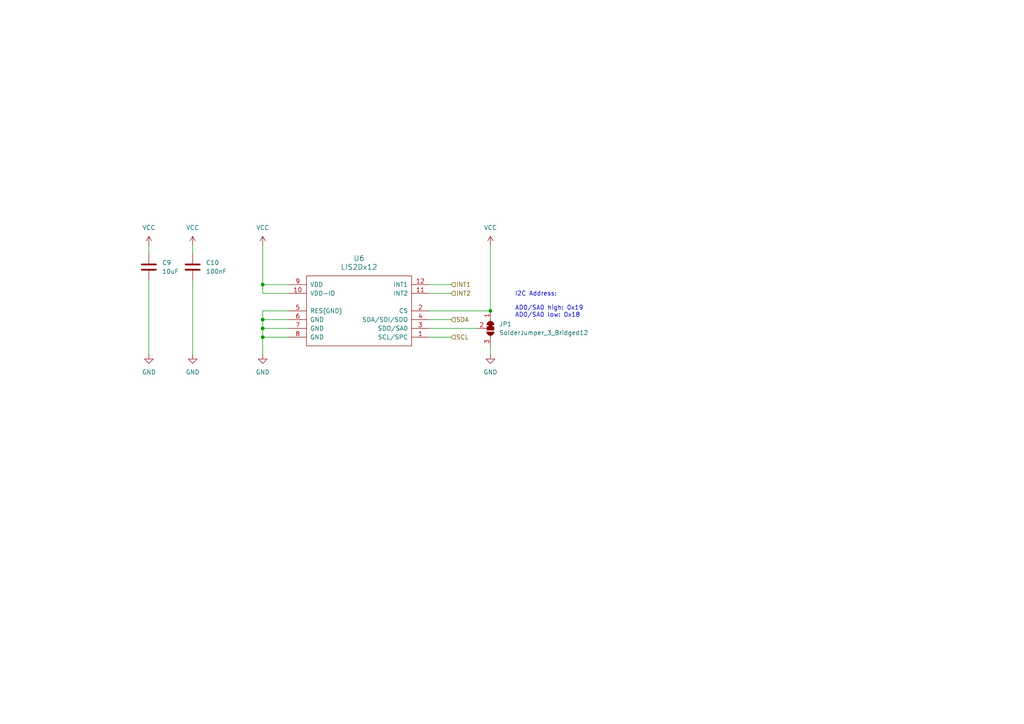
<source format=kicad_sch>
(kicad_sch (version 20240819) (generator "eeschema") (generator_version "8.99")
  (paper "A4")
  (title_block (title "LIS2DH12 accellerometer") (date "2024-05-26") (rev "1.0"))
  (lib_symbols
    (symbol "Device:C" (pin_numbers hide) (pin_names (offset 0.254))
      (property "Reference" "C" (at 0.635 2.54 0))
      (property "Value" "C" (at 0.635 -2.54 0))
      (symbol "C_0_1"
        (polyline (pts (xy -2.032 0.762) (xy 2.032 0.762)) (stroke (width 0.508)))
        (polyline (pts (xy -2.032 -0.762) (xy 2.032 -0.762)) (stroke (width 0.508)))
      )
      (symbol "C_1_1"
        (pin passive line (at 0 3.81 270) (length 2.794) (name "~") (number "1"))
        (pin passive line (at 0 -3.81 90) (length 2.794) (name "~") (number "2"))
      )
    )
    (symbol "Jumper:SolderJumper_3_Bridged12" (pin_names (offset 0) hide) (exclude_from_sim yes) (in_bom no)
      (property "Reference" "JP" (at -2.54 -2.54 0))
      (property "Value" "SolderJumper_3_Bridged12" (at 0 2.794 0))
      (symbol "SolderJumper_3_Bridged12_0_1"
        (polyline (pts (xy -2.54 0) (xy -2.032 0)))
        (polyline (pts (xy -1.016 1.016) (xy -1.016 -1.016)))
        (rectangle (start -1.016 0.508) (end -0.508 -0.508) (fill (type outline)))
        (arc (start -1.016 -1.016) (mid -2.0276 0) (end -1.016 1.016))
        (arc (start -1.016 -1.016) (mid -2.0276 0) (end -1.016 1.016) (fill (type outline)))
        (rectangle (start -0.508 1.016) (end 0.508 -1.016) (fill (type outline)))
        (polyline (pts (xy 0 -1.27) (xy 0 -1.016)))
        (arc (start 1.016 1.016) (mid 2.0276 0) (end 1.016 -1.016))
        (arc (start 1.016 1.016) (mid 2.0276 0) (end 1.016 -1.016) (fill (type outline)))
        (polyline (pts (xy 1.016 1.016) (xy 1.016 -1.016)))
        (polyline (pts (xy 2.54 0) (xy 2.032 0)))
      )
      (symbol "SolderJumper_3_Bridged12_1_1"
        (pin passive line (at -5.08 0 0) (length 2.54) (name "A") (number "1"))
        (pin passive line (at 0 -3.81 90) (length 2.54) (name "C") (number "2"))
        (pin passive line (at 5.08 0 180) (length 2.54) (name "B") (number "3"))
      )
    )
    (symbol "lis2dh12:LIS2Dx12" (pin_names (offset 1.016))
      (property "Reference" "U" (at 0 12.7 0))
      (property "Value" "LIS2Dx12" (at 0 -12.7 0))
      (symbol "LIS2Dx12_0_1"
        (rectangle (start -15.24 10.16) (end 15.24 -10.16))
      )
      (symbol "LIS2Dx12_1_1"
        (pin power_in line (at -20.32 7.62 0) (length 5.08) (name "VDD") (number "9"))
        (pin power_in line (at -20.32 5.08 0) (length 5.08) (name "VDD-IO") (number "10"))
        (pin power_in line (at -20.32 0 0) (length 5.08) (name "RES(GND)") (number "5"))
        (pin power_in line (at -20.32 -2.54 0) (length 5.08) (name "GND") (number "6"))
        (pin power_in line (at -20.32 -5.08 0) (length 5.08) (name "GND") (number "7"))
        (pin power_in line (at -20.32 -7.62 0) (length 5.08) (name "GND") (number "8"))
        (pin output line (at 20.32 7.62 180) (length 5.08) (name "INT1") (number "12"))
        (pin output line (at 20.32 5.08 180) (length 5.08) (name "INT2") (number "11"))
        (pin input line (at 20.32 0 180) (length 5.08) (name "CS") (number "2"))
        (pin bidirectional line (at 20.32 -2.54 180) (length 5.08) (name "SDA/SDI/SDO") (number "4"))
        (pin bidirectional line (at 20.32 -5.08 180) (length 5.08) (name "SDO/SA0") (number "3"))
        (pin input line (at 20.32 -7.62 180) (length 5.08) (name "SCL/SPC") (number "1"))
      )
    )
    (symbol "power:GND" (power) (pin_numbers hide) (pin_names (offset 0) hide)
      (property "Value" "GND" (at 0 -3.81 0))
      (symbol "GND_0_1"
        (polyline (pts (xy 0 0) (xy 0 -1.27) (xy 1.27 -1.27) (xy 0 -2.54) (xy -1.27 -1.27) (xy 0 -1.27)))
      )
      (symbol "GND_1_1"
        (pin power_in line (at 0 0 270) (length 0) (name "~") (number "1"))
      )
    )
    (symbol "power:VCC" (power) (pin_numbers hide) (pin_names (offset 0) hide)
      (property "Value" "VCC" (at 0 3.556 0))
      (symbol "VCC_0_1"
        (polyline (pts (xy -0.762 1.27) (xy 0 2.54)))
        (polyline (pts (xy 0 2.54) (xy 0.762 1.27)))
        (polyline (pts (xy 0 0) (xy 0 2.54)))
      )
      (symbol "VCC_1_1"
        (pin power_in line (at 0 0 90) (length 0) (name "~") (number "1"))
      )
    )
  )
  (text "I2C Address:\n\nAD0/SA0 high: 0x19\nAD0/SA0 low: 0x18" (at 149.352 88.392 0) (effects (font (size 1.27 1.27)) (justify left)))
  (junction (at 76.2 82.55))
  (junction (at 76.2 95.25))
  (junction (at 142.24 90.17))
  (junction (at 76.2 97.79))
  (junction (at 76.2 92.71))
  (wire (pts (xy 76.2 90.17) (xy 76.2 92.71)))
  (wire (pts (xy 124.46 82.55) (xy 130.81 82.55)))
  (wire (pts (xy 55.88 81.28) (xy 55.88 102.87)))
  (wire (pts (xy 76.2 95.25) (xy 76.2 97.79)))
  (wire (pts (xy 142.24 71.12) (xy 142.24 90.17)))
  (wire (pts (xy 76.2 82.55) (xy 76.2 85.09)))
  (wire (pts (xy 43.18 81.28) (xy 43.18 102.87)))
  (wire (pts (xy 124.46 95.25) (xy 138.43 95.25)))
  (wire (pts (xy 76.2 97.79) (xy 76.2 102.87)))
  (wire (pts (xy 83.82 90.17) (xy 76.2 90.17)))
  (wire (pts (xy 124.46 92.71) (xy 130.81 92.71)))
  (wire (pts (xy 83.82 85.09) (xy 76.2 85.09)))
  (wire (pts (xy 124.46 97.79) (xy 130.81 97.79)))
  (wire (pts (xy 76.2 92.71) (xy 83.82 92.71)))
  (wire (pts (xy 76.2 95.25) (xy 83.82 95.25)))
  (wire (pts (xy 76.2 92.71) (xy 76.2 95.25)))
  (wire (pts (xy 142.24 100.33) (xy 142.24 102.87)))
  (wire (pts (xy 55.88 71.12) (xy 55.88 73.66)))
  (wire (pts (xy 43.18 71.12) (xy 43.18 73.66)))
  (wire (pts (xy 76.2 71.12) (xy 76.2 82.55)))
  (wire (pts (xy 76.2 97.79) (xy 83.82 97.79)))
  (wire (pts (xy 76.2 82.55) (xy 83.82 82.55)))
  (wire (pts (xy 124.46 90.17) (xy 142.24 90.17)))
  (wire (pts (xy 124.46 85.09) (xy 130.81 85.09)))
  (hierarchical_label "SDA" (shape input) (at 130.81 92.71 0))
  (hierarchical_label "INT1" (shape input) (at 130.81 82.55 0))
  (hierarchical_label "INT2" (shape input) (at 130.81 85.09 0))
  (hierarchical_label "SCL" (shape input) (at 130.81 97.79 0))
  (symbol (lib_id "power:GND") (at 43.18 102.87 0) (unit 1)
    (property "Reference" "#PWR077" (effects (hide yes)))
    (property "Value" "GND" (at 43.18 107.95 0))
    (property "Description" "Power symbol creates a global label with name \"GND\" , ground" (effects (hide yes)))
    (instances (project "pov_badge" (path "" (reference "#PWR077") (unit 1))) (project "pov_badge" (path "" (reference "#PWR07") (unit 1))))
  )
  (symbol (lib_id "power:GND") (at 55.88 102.87 0) (unit 1)
    (property "Reference" "#PWR079" (effects (hide yes)))
    (property "Value" "GND" (at 55.88 107.95 0))
    (property "Description" "Power symbol creates a global label with name \"GND\" , ground" (effects (hide yes)))
    (instances (project "pov_badge" (path "" (reference "#PWR079") (unit 1))) (project "pov_badge" (path "" (reference "#PWR08") (unit 1))))
  )
  (symbol (lib_id "power:VCC") (at 142.24 71.12 0) (unit 1)
    (property "Reference" "#PWR082" (effects (hide yes)))
    (property "Value" "VCC" (at 142.24 66.04 0))
    (property "Description" "Power symbol creates a global label with name \"VCC\"" (effects (hide yes)))
    (instances (project "pov_badge" (path "" (reference "#PWR082") (unit 1))) (project "pov_badge" (path "" (reference "#PWR06") (unit 1))))
  )
  (symbol (lib_id "power:VCC") (at 55.88 71.12 0) (unit 1)
    (property "Reference" "#PWR078" (effects (hide yes)))
    (property "Value" "VCC" (at 55.88 66.04 0))
    (property "Description" "Power symbol creates a global label with name \"VCC\"" (effects (hide yes)))
    (instances (project "pov_badge" (path "" (reference "#PWR078") (unit 1))) (project "pov_badge" (path "" (reference "#PWR04") (unit 1))))
  )
  (symbol (lib_id "power:VCC") (at 43.18 71.12 0) (unit 1)
    (property "Reference" "#PWR076" (effects (hide yes)))
    (property "Value" "VCC" (at 43.18 66.04 0))
    (property "Description" "Power symbol creates a global label with name \"VCC\"" (effects (hide yes)))
    (instances (project "pov_badge" (path "" (reference "#PWR076") (unit 1))) (project "pov_badge" (path "" (reference "#PWR03") (unit 1))))
  )
  (symbol (lib_id "power:GND") (at 142.24 102.87 0) (unit 1)
    (property "Reference" "#PWR040" (effects (hide yes)))
    (property "Value" "GND" (at 142.24 107.95 0))
    (property "Description" "Power symbol creates a global label with name \"GND\" , ground" (effects (hide yes)))
  )
  (symbol (lib_id "power:GND") (at 76.2 102.87 0) (unit 1)
    (property "Reference" "#PWR081" (effects (hide yes)))
    (property "Value" "GND" (at 76.2 107.95 0))
    (property "Description" "Power symbol creates a global label with name \"GND\" , ground" (effects (hide yes)))
    (instances (project "pov_badge" (path "" (reference "#PWR081") (unit 1))) (project "pov_badge" (path "" (reference "#PWR09") (unit 1))))
  )
  (symbol (lib_id "power:VCC") (at 76.2 71.12 0) (unit 1)
    (property "Reference" "#PWR080" (effects (hide yes)))
    (property "Value" "VCC" (at 76.2 66.04 0))
    (property "Description" "Power symbol creates a global label with name \"VCC\"" (effects (hide yes)))
    (instances (project "pov_badge" (path "" (reference "#PWR080") (unit 1))) (project "pov_badge" (path "" (reference "#PWR05") (unit 1))))
  )
  (symbol (lib_id "Device:C") (at 43.18 77.47 0) (unit 1)
    (property "Reference" "C9" (at 46.99 76.1999 0) (effects (justify left)))
    (property "Value" "10uF" (at 46.99 78.7399 0) (effects (justify left)))
    (property "Footprint" "Capacitor_SMD:C_0603_1608Metric" (effects (hide yes)))
    (property "Description" "Unpolarized capacitor" (effects (hide yes)))
    (instances (project "pov_badge" (path "" (reference "C9") (unit 1))) (project "pov_badge" (path "" (reference "C1") (unit 1))))
  )
  (symbol (lib_id "lis2dh12:LIS2Dx12") (at 104.14 90.17 0) (unit 1)
    (property "Reference" "U6" (at 104.14 74.93 0) (effects (font (size 1.524 1.524))))
    (property "Value" "LIS2Dx12" (at 104.14 77.47 0) (effects (font (size 1.524 1.524))))
    (property "Footprint" "Package_LGA:LGA-12_2x2mm_P0.5mm" (effects (hide yes)))
    (instances (project "pov_badge" (path "" (reference "U6") (unit 1))) (project "pov_badge" (path "" (reference "U1") (unit 1))))
  )
  (symbol (lib_id "Jumper:SolderJumper_3_Bridged12") (at 142.24 95.25 270) (unit 1) (exclude_from_sim yes) (in_bom no)
    (property "Reference" "JP1" (at 144.78 93.9799 90) (effects (justify left)))
    (property "Value" "SolderJumper_3_Bridged12" (at 144.78 96.5199 90) (effects (justify left)))
    (property "Footprint" "Jumper:SolderJumper-3_P1.3mm_Bridged12_RoundedPad1.0x1.5mm_NumberLabels" (effects (hide yes)))
    (property "Description" "3-pole Solder Jumper, pins 1+2 closed/bridged" (effects (hide yes)))
  )
  (symbol (lib_id "Device:C") (at 55.88 77.47 0) (unit 1)
    (property "Reference" "C10" (at 59.69 76.1999 0) (effects (justify left)))
    (property "Value" "100nF" (at 59.69 78.7399 0) (effects (justify left)))
    (property "Footprint" "Capacitor_SMD:C_0603_1608Metric" (effects (hide yes)))
    (property "Description" "Unpolarized capacitor" (effects (hide yes)))
    (instances (project "pov_badge" (path "" (reference "C10") (unit 1))) (project "pov_badge" (path "" (reference "C2") (unit 1))))
  )
)
</source>
